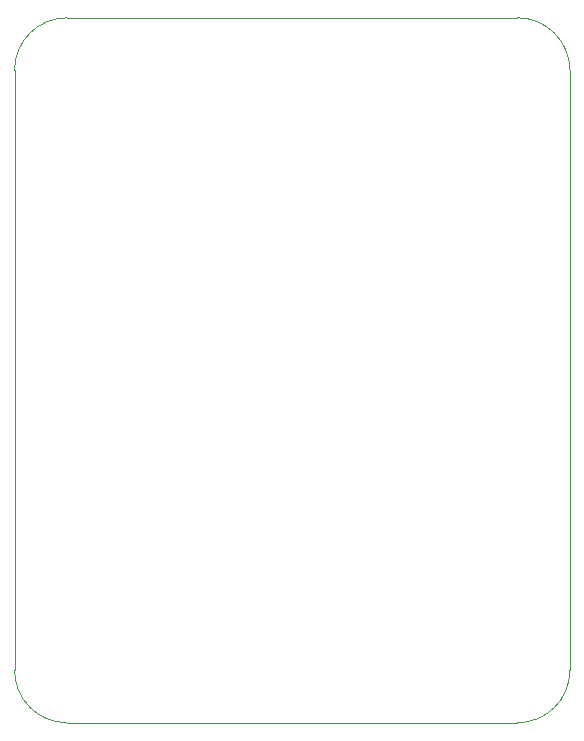
<source format=gm1>
%TF.GenerationSoftware,KiCad,Pcbnew,(6.0.1-0)*%
%TF.CreationDate,2024-02-04T22:08:59-06:00*%
%TF.ProjectId,tackle_sensor_hardware,7461636b-6c65-45f7-9365-6e736f725f68,REV1*%
%TF.SameCoordinates,Original*%
%TF.FileFunction,Profile,NP*%
%FSLAX46Y46*%
G04 Gerber Fmt 4.6, Leading zero omitted, Abs format (unit mm)*
G04 Created by KiCad (PCBNEW (6.0.1-0)) date 2024-02-04 22:08:59*
%MOMM*%
%LPD*%
G01*
G04 APERTURE LIST*
%TA.AperFunction,Profile*%
%ADD10C,0.100000*%
%TD*%
G04 APERTURE END LIST*
D10*
X203757602Y-77027200D02*
X203757602Y-127827200D01*
X161180700Y-72582200D02*
G75*
G03*
X156735700Y-77027200I-1J-4444999D01*
G01*
X199312602Y-132272200D02*
X161180700Y-132272200D01*
X203757602Y-77027200D02*
G75*
G03*
X199312602Y-72582200I-4444999J1D01*
G01*
X156735700Y-127827200D02*
X156735700Y-77027200D01*
X161180700Y-72582200D02*
X199312602Y-72582200D01*
X199312602Y-132272200D02*
G75*
G03*
X203757602Y-127827200I1J4444999D01*
G01*
X156735700Y-127827200D02*
G75*
G03*
X161180700Y-132272200I4444999J-1D01*
G01*
M02*

</source>
